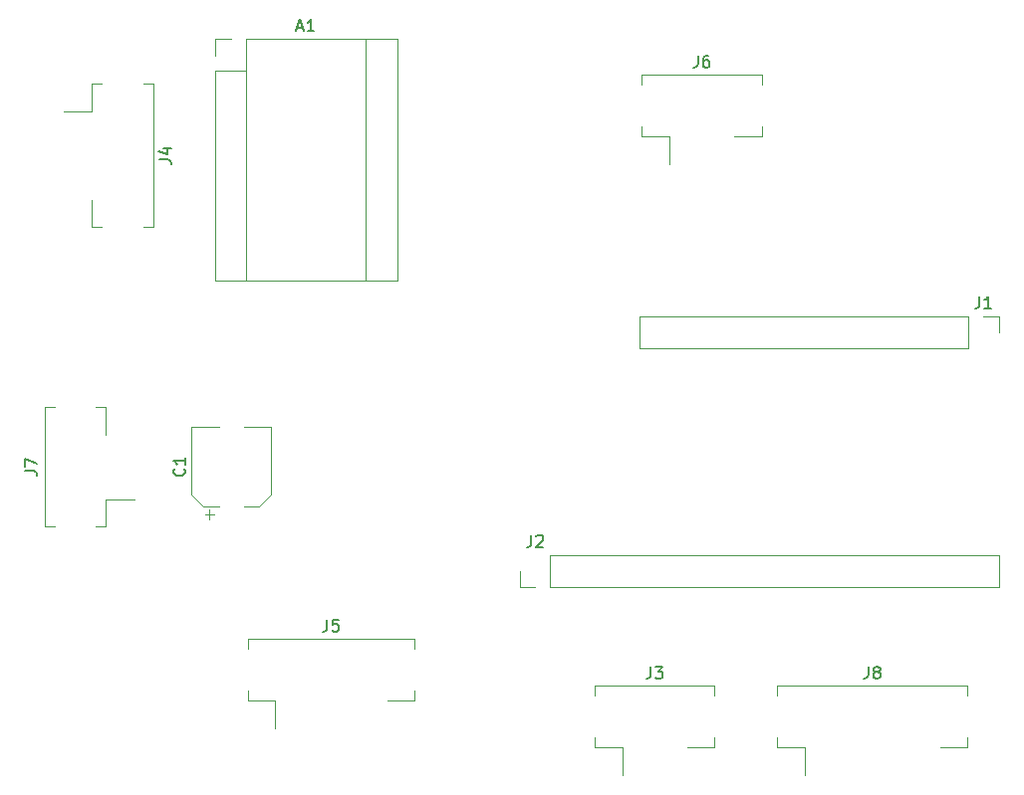
<source format=gbr>
G04 #@! TF.GenerationSoftware,KiCad,Pcbnew,(5.1.9)-1*
G04 #@! TF.CreationDate,2022-06-25T15:55:54-04:00*
G04 #@! TF.ProjectId,TarotMachine,5461726f-744d-4616-9368-696e652e6b69,rev?*
G04 #@! TF.SameCoordinates,Original*
G04 #@! TF.FileFunction,Legend,Top*
G04 #@! TF.FilePolarity,Positive*
%FSLAX46Y46*%
G04 Gerber Fmt 4.6, Leading zero omitted, Abs format (unit mm)*
G04 Created by KiCad (PCBNEW (5.1.9)-1) date 2022-06-25 15:55:54*
%MOMM*%
%LPD*%
G01*
G04 APERTURE LIST*
%ADD10C,0.120000*%
%ADD11C,0.150000*%
G04 APERTURE END LIST*
D10*
X53020000Y-49720000D02*
X53020000Y-48390000D01*
X54350000Y-49720000D02*
X53020000Y-49720000D01*
X55620000Y-49720000D02*
X55620000Y-47060000D01*
X55620000Y-47060000D02*
X93780000Y-47060000D01*
X55620000Y-49720000D02*
X93780000Y-49720000D01*
X93780000Y-49720000D02*
X93780000Y-47060000D01*
X93780000Y-26740000D02*
X93780000Y-28070000D01*
X92450000Y-26740000D02*
X93780000Y-26740000D01*
X91180000Y-26740000D02*
X91180000Y-29400000D01*
X91180000Y-29400000D02*
X63180000Y-29400000D01*
X91180000Y-26740000D02*
X63180000Y-26740000D01*
X63180000Y-26740000D02*
X63180000Y-29400000D01*
X39930000Y-3100000D02*
X39930000Y-23680000D01*
X29770000Y-5770000D02*
X29770000Y-23680000D01*
X28500000Y-3100000D02*
X27100000Y-3100000D01*
X27100000Y-3100000D02*
X27100000Y-4500000D01*
X29770000Y-3100000D02*
X29770000Y-5770000D01*
X29770000Y-5770000D02*
X27100000Y-5770000D01*
X27100000Y-5770000D02*
X27100000Y-23680000D01*
X27100000Y-23680000D02*
X42600000Y-23680000D01*
X42600000Y-23680000D02*
X42600000Y-3100000D01*
X42600000Y-3100000D02*
X29770000Y-3100000D01*
X31910000Y-36090000D02*
X29560000Y-36090000D01*
X25090000Y-36090000D02*
X27440000Y-36090000D01*
X25090000Y-41845563D02*
X25090000Y-36090000D01*
X31910000Y-41845563D02*
X31910000Y-36090000D01*
X30845563Y-42910000D02*
X29560000Y-42910000D01*
X26154437Y-42910000D02*
X27440000Y-42910000D01*
X26154437Y-42910000D02*
X25090000Y-41845563D01*
X30845563Y-42910000D02*
X31910000Y-41845563D01*
X26652500Y-43937500D02*
X26652500Y-43150000D01*
X26258750Y-43543750D02*
X27046250Y-43543750D01*
X69585000Y-58140000D02*
X69585000Y-58990000D01*
X59415000Y-58140000D02*
X69585000Y-58140000D01*
X59415000Y-58990000D02*
X59415000Y-58140000D01*
X69585000Y-63360000D02*
X67260000Y-63360000D01*
X69585000Y-62510000D02*
X69585000Y-63360000D01*
X61740000Y-63360000D02*
X61740000Y-65750000D01*
X59415000Y-63360000D02*
X61740000Y-63360000D01*
X59415000Y-62510000D02*
X59415000Y-63360000D01*
X63415000Y-10510000D02*
X63415000Y-11360000D01*
X63415000Y-11360000D02*
X65740000Y-11360000D01*
X65740000Y-11360000D02*
X65740000Y-13750000D01*
X73585000Y-10510000D02*
X73585000Y-11360000D01*
X73585000Y-11360000D02*
X71260000Y-11360000D01*
X63415000Y-6990000D02*
X63415000Y-6140000D01*
X63415000Y-6140000D02*
X73585000Y-6140000D01*
X73585000Y-6140000D02*
X73585000Y-6990000D01*
X12640000Y-34415000D02*
X13490000Y-34415000D01*
X12640000Y-44585000D02*
X12640000Y-34415000D01*
X13490000Y-44585000D02*
X12640000Y-44585000D01*
X17860000Y-34415000D02*
X17860000Y-36740000D01*
X17010000Y-34415000D02*
X17860000Y-34415000D01*
X17860000Y-42260000D02*
X20250000Y-42260000D01*
X17860000Y-44585000D02*
X17860000Y-42260000D01*
X17010000Y-44585000D02*
X17860000Y-44585000D01*
X74915000Y-62510000D02*
X74915000Y-63360000D01*
X74915000Y-63360000D02*
X77240000Y-63360000D01*
X77240000Y-63360000D02*
X77240000Y-65750000D01*
X91085000Y-62510000D02*
X91085000Y-63360000D01*
X91085000Y-63360000D02*
X88760000Y-63360000D01*
X74915000Y-58990000D02*
X74915000Y-58140000D01*
X74915000Y-58140000D02*
X91085000Y-58140000D01*
X91085000Y-58140000D02*
X91085000Y-58990000D01*
X17490000Y-6915000D02*
X16640000Y-6915000D01*
X16640000Y-6915000D02*
X16640000Y-9240000D01*
X16640000Y-9240000D02*
X14250000Y-9240000D01*
X17490000Y-19085000D02*
X16640000Y-19085000D01*
X16640000Y-19085000D02*
X16640000Y-16760000D01*
X21010000Y-6915000D02*
X21860000Y-6915000D01*
X21860000Y-6915000D02*
X21860000Y-19085000D01*
X21860000Y-19085000D02*
X21010000Y-19085000D01*
X29915000Y-58510000D02*
X29915000Y-59360000D01*
X29915000Y-59360000D02*
X32240000Y-59360000D01*
X32240000Y-59360000D02*
X32240000Y-61750000D01*
X44085000Y-58510000D02*
X44085000Y-59360000D01*
X44085000Y-59360000D02*
X41760000Y-59360000D01*
X29915000Y-54990000D02*
X29915000Y-54140000D01*
X29915000Y-54140000D02*
X44085000Y-54140000D01*
X44085000Y-54140000D02*
X44085000Y-54990000D01*
D11*
X54016666Y-45302380D02*
X54016666Y-46016666D01*
X53969047Y-46159523D01*
X53873809Y-46254761D01*
X53730952Y-46302380D01*
X53635714Y-46302380D01*
X54445238Y-45397619D02*
X54492857Y-45350000D01*
X54588095Y-45302380D01*
X54826190Y-45302380D01*
X54921428Y-45350000D01*
X54969047Y-45397619D01*
X55016666Y-45492857D01*
X55016666Y-45588095D01*
X54969047Y-45730952D01*
X54397619Y-46302380D01*
X55016666Y-46302380D01*
X92116666Y-24982380D02*
X92116666Y-25696666D01*
X92069047Y-25839523D01*
X91973809Y-25934761D01*
X91830952Y-25982380D01*
X91735714Y-25982380D01*
X93116666Y-25982380D02*
X92545238Y-25982380D01*
X92830952Y-25982380D02*
X92830952Y-24982380D01*
X92735714Y-25125238D01*
X92640476Y-25220476D01*
X92545238Y-25268095D01*
X34135714Y-2126666D02*
X34611904Y-2126666D01*
X34040476Y-2412380D02*
X34373809Y-1412380D01*
X34707142Y-2412380D01*
X35564285Y-2412380D02*
X34992857Y-2412380D01*
X35278571Y-2412380D02*
X35278571Y-1412380D01*
X35183333Y-1555238D01*
X35088095Y-1650476D01*
X34992857Y-1698095D01*
X24507142Y-39666666D02*
X24554761Y-39714285D01*
X24602380Y-39857142D01*
X24602380Y-39952380D01*
X24554761Y-40095238D01*
X24459523Y-40190476D01*
X24364285Y-40238095D01*
X24173809Y-40285714D01*
X24030952Y-40285714D01*
X23840476Y-40238095D01*
X23745238Y-40190476D01*
X23650000Y-40095238D01*
X23602380Y-39952380D01*
X23602380Y-39857142D01*
X23650000Y-39714285D01*
X23697619Y-39666666D01*
X24602380Y-38714285D02*
X24602380Y-39285714D01*
X24602380Y-39000000D02*
X23602380Y-39000000D01*
X23745238Y-39095238D01*
X23840476Y-39190476D01*
X23888095Y-39285714D01*
X64166666Y-56502380D02*
X64166666Y-57216666D01*
X64119047Y-57359523D01*
X64023809Y-57454761D01*
X63880952Y-57502380D01*
X63785714Y-57502380D01*
X64547619Y-56502380D02*
X65166666Y-56502380D01*
X64833333Y-56883333D01*
X64976190Y-56883333D01*
X65071428Y-56930952D01*
X65119047Y-56978571D01*
X65166666Y-57073809D01*
X65166666Y-57311904D01*
X65119047Y-57407142D01*
X65071428Y-57454761D01*
X64976190Y-57502380D01*
X64690476Y-57502380D01*
X64595238Y-57454761D01*
X64547619Y-57407142D01*
X68166666Y-4502380D02*
X68166666Y-5216666D01*
X68119047Y-5359523D01*
X68023809Y-5454761D01*
X67880952Y-5502380D01*
X67785714Y-5502380D01*
X69071428Y-4502380D02*
X68880952Y-4502380D01*
X68785714Y-4550000D01*
X68738095Y-4597619D01*
X68642857Y-4740476D01*
X68595238Y-4930952D01*
X68595238Y-5311904D01*
X68642857Y-5407142D01*
X68690476Y-5454761D01*
X68785714Y-5502380D01*
X68976190Y-5502380D01*
X69071428Y-5454761D01*
X69119047Y-5407142D01*
X69166666Y-5311904D01*
X69166666Y-5073809D01*
X69119047Y-4978571D01*
X69071428Y-4930952D01*
X68976190Y-4883333D01*
X68785714Y-4883333D01*
X68690476Y-4930952D01*
X68642857Y-4978571D01*
X68595238Y-5073809D01*
X11002380Y-39833333D02*
X11716666Y-39833333D01*
X11859523Y-39880952D01*
X11954761Y-39976190D01*
X12002380Y-40119047D01*
X12002380Y-40214285D01*
X11002380Y-39452380D02*
X11002380Y-38785714D01*
X12002380Y-39214285D01*
X82666666Y-56502380D02*
X82666666Y-57216666D01*
X82619047Y-57359523D01*
X82523809Y-57454761D01*
X82380952Y-57502380D01*
X82285714Y-57502380D01*
X83285714Y-56930952D02*
X83190476Y-56883333D01*
X83142857Y-56835714D01*
X83095238Y-56740476D01*
X83095238Y-56692857D01*
X83142857Y-56597619D01*
X83190476Y-56550000D01*
X83285714Y-56502380D01*
X83476190Y-56502380D01*
X83571428Y-56550000D01*
X83619047Y-56597619D01*
X83666666Y-56692857D01*
X83666666Y-56740476D01*
X83619047Y-56835714D01*
X83571428Y-56883333D01*
X83476190Y-56930952D01*
X83285714Y-56930952D01*
X83190476Y-56978571D01*
X83142857Y-57026190D01*
X83095238Y-57121428D01*
X83095238Y-57311904D01*
X83142857Y-57407142D01*
X83190476Y-57454761D01*
X83285714Y-57502380D01*
X83476190Y-57502380D01*
X83571428Y-57454761D01*
X83619047Y-57407142D01*
X83666666Y-57311904D01*
X83666666Y-57121428D01*
X83619047Y-57026190D01*
X83571428Y-56978571D01*
X83476190Y-56930952D01*
X22402380Y-13333333D02*
X23116666Y-13333333D01*
X23259523Y-13380952D01*
X23354761Y-13476190D01*
X23402380Y-13619047D01*
X23402380Y-13714285D01*
X22735714Y-12428571D02*
X23402380Y-12428571D01*
X22354761Y-12666666D02*
X23069047Y-12904761D01*
X23069047Y-12285714D01*
X36666666Y-52502380D02*
X36666666Y-53216666D01*
X36619047Y-53359523D01*
X36523809Y-53454761D01*
X36380952Y-53502380D01*
X36285714Y-53502380D01*
X37619047Y-52502380D02*
X37142857Y-52502380D01*
X37095238Y-52978571D01*
X37142857Y-52930952D01*
X37238095Y-52883333D01*
X37476190Y-52883333D01*
X37571428Y-52930952D01*
X37619047Y-52978571D01*
X37666666Y-53073809D01*
X37666666Y-53311904D01*
X37619047Y-53407142D01*
X37571428Y-53454761D01*
X37476190Y-53502380D01*
X37238095Y-53502380D01*
X37142857Y-53454761D01*
X37095238Y-53407142D01*
M02*

</source>
